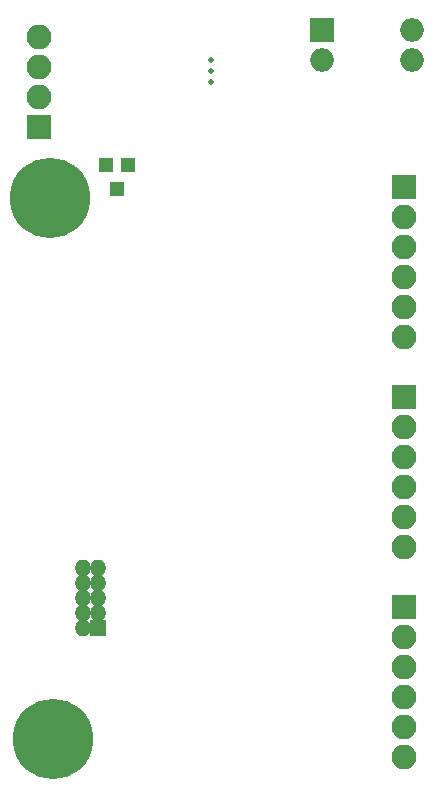
<source format=gbs>
G04 #@! TF.FileFunction,Soldermask,Bot*
%FSLAX46Y46*%
G04 Gerber Fmt 4.6, Leading zero omitted, Abs format (unit mm)*
G04 Created by KiCad (PCBNEW 4.0.7) date Saturday, June 23, 2018 'PMt' 03:17:16 PM*
%MOMM*%
%LPD*%
G01*
G04 APERTURE LIST*
%ADD10C,0.100000*%
%ADD11R,2.000000X2.000000*%
%ADD12O,2.000000X2.000000*%
%ADD13C,6.800000*%
%ADD14C,0.480000*%
%ADD15R,1.400000X1.400000*%
%ADD16O,1.400000X1.400000*%
%ADD17R,2.100000X2.100000*%
%ADD18O,2.100000X2.100000*%
%ADD19R,1.200000X1.300000*%
G04 APERTURE END LIST*
D10*
D11*
X249980000Y-57800000D03*
D12*
X257600000Y-60340000D03*
X249980000Y-60340000D03*
X257600000Y-57800000D03*
D13*
X227200000Y-117800000D03*
D14*
X240550000Y-61250000D03*
X240550000Y-62200000D03*
X240550000Y-60300000D03*
D15*
X230990000Y-108410000D03*
D16*
X229720000Y-108410000D03*
X230990000Y-107140000D03*
X229720000Y-107140000D03*
X230990000Y-105870000D03*
X229720000Y-105870000D03*
X230990000Y-104600000D03*
X229720000Y-104600000D03*
X230990000Y-103330000D03*
X229720000Y-103330000D03*
D17*
X226000000Y-66040000D03*
D18*
X226000000Y-63500000D03*
X226000000Y-60960000D03*
X226000000Y-58420000D03*
D17*
X256921000Y-71120000D03*
D18*
X256921000Y-73660000D03*
X256921000Y-76200000D03*
X256921000Y-78740000D03*
X256921000Y-81280000D03*
X256921000Y-83820000D03*
D17*
X256921000Y-88900000D03*
D18*
X256921000Y-91440000D03*
X256921000Y-93980000D03*
X256921000Y-96520000D03*
X256921000Y-99060000D03*
X256921000Y-101600000D03*
D17*
X256921000Y-106680000D03*
D18*
X256921000Y-109220000D03*
X256921000Y-111760000D03*
X256921000Y-114300000D03*
X256921000Y-116840000D03*
X256921000Y-119380000D03*
D13*
X227000000Y-72000000D03*
D19*
X231700000Y-69250000D03*
X233600000Y-69250000D03*
X232650000Y-71250000D03*
M02*

</source>
